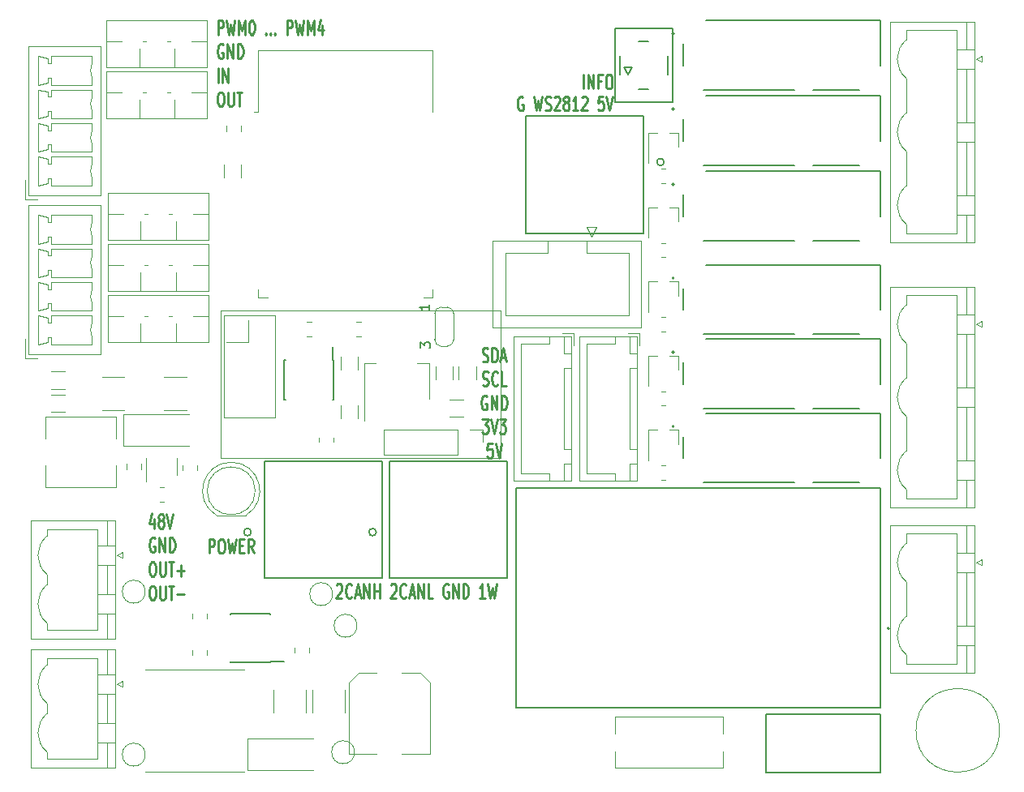
<source format=gbr>
%TF.GenerationSoftware,KiCad,Pcbnew,(5.1.8)-1*%
%TF.CreationDate,2021-03-17T21:52:08+01:00*%
%TF.ProjectId,sensactOutdoor,73656e73-6163-4744-9f75-74646f6f722e,rev?*%
%TF.SameCoordinates,Original*%
%TF.FileFunction,Legend,Top*%
%TF.FilePolarity,Positive*%
%FSLAX46Y46*%
G04 Gerber Fmt 4.6, Leading zero omitted, Abs format (unit mm)*
G04 Created by KiCad (PCBNEW (5.1.8)-1) date 2021-03-17 21:52:08*
%MOMM*%
%LPD*%
G01*
G04 APERTURE LIST*
%ADD10C,0.250000*%
%ADD11C,0.120000*%
%ADD12C,0.152400*%
%ADD13C,0.200000*%
%ADD14C,0.203200*%
%ADD15C,0.127000*%
%ADD16C,0.150000*%
G04 APERTURE END LIST*
D10*
X76922857Y-30873000D02*
X76827619Y-30801571D01*
X76684761Y-30801571D01*
X76541904Y-30873000D01*
X76446666Y-31015857D01*
X76399047Y-31158714D01*
X76351428Y-31444428D01*
X76351428Y-31658714D01*
X76399047Y-31944428D01*
X76446666Y-32087285D01*
X76541904Y-32230142D01*
X76684761Y-32301571D01*
X76780000Y-32301571D01*
X76922857Y-32230142D01*
X76970476Y-32158714D01*
X76970476Y-31658714D01*
X76780000Y-31658714D01*
X78065714Y-30801571D02*
X78303809Y-32301571D01*
X78494285Y-31230142D01*
X78684761Y-32301571D01*
X78922857Y-30801571D01*
X79256190Y-32230142D02*
X79399047Y-32301571D01*
X79637142Y-32301571D01*
X79732380Y-32230142D01*
X79780000Y-32158714D01*
X79827619Y-32015857D01*
X79827619Y-31873000D01*
X79780000Y-31730142D01*
X79732380Y-31658714D01*
X79637142Y-31587285D01*
X79446666Y-31515857D01*
X79351428Y-31444428D01*
X79303809Y-31373000D01*
X79256190Y-31230142D01*
X79256190Y-31087285D01*
X79303809Y-30944428D01*
X79351428Y-30873000D01*
X79446666Y-30801571D01*
X79684761Y-30801571D01*
X79827619Y-30873000D01*
X80208571Y-30944428D02*
X80256190Y-30873000D01*
X80351428Y-30801571D01*
X80589523Y-30801571D01*
X80684761Y-30873000D01*
X80732380Y-30944428D01*
X80780000Y-31087285D01*
X80780000Y-31230142D01*
X80732380Y-31444428D01*
X80160952Y-32301571D01*
X80780000Y-32301571D01*
X81351428Y-31444428D02*
X81256190Y-31373000D01*
X81208571Y-31301571D01*
X81160952Y-31158714D01*
X81160952Y-31087285D01*
X81208571Y-30944428D01*
X81256190Y-30873000D01*
X81351428Y-30801571D01*
X81541904Y-30801571D01*
X81637142Y-30873000D01*
X81684761Y-30944428D01*
X81732380Y-31087285D01*
X81732380Y-31158714D01*
X81684761Y-31301571D01*
X81637142Y-31373000D01*
X81541904Y-31444428D01*
X81351428Y-31444428D01*
X81256190Y-31515857D01*
X81208571Y-31587285D01*
X81160952Y-31730142D01*
X81160952Y-32015857D01*
X81208571Y-32158714D01*
X81256190Y-32230142D01*
X81351428Y-32301571D01*
X81541904Y-32301571D01*
X81637142Y-32230142D01*
X81684761Y-32158714D01*
X81732380Y-32015857D01*
X81732380Y-31730142D01*
X81684761Y-31587285D01*
X81637142Y-31515857D01*
X81541904Y-31444428D01*
X82684761Y-32301571D02*
X82113333Y-32301571D01*
X82399047Y-32301571D02*
X82399047Y-30801571D01*
X82303809Y-31015857D01*
X82208571Y-31158714D01*
X82113333Y-31230142D01*
X83065714Y-30944428D02*
X83113333Y-30873000D01*
X83208571Y-30801571D01*
X83446666Y-30801571D01*
X83541904Y-30873000D01*
X83589523Y-30944428D01*
X83637142Y-31087285D01*
X83637142Y-31230142D01*
X83589523Y-31444428D01*
X83018095Y-32301571D01*
X83637142Y-32301571D01*
X85303809Y-30801571D02*
X84827619Y-30801571D01*
X84780000Y-31515857D01*
X84827619Y-31444428D01*
X84922857Y-31373000D01*
X85160952Y-31373000D01*
X85256190Y-31444428D01*
X85303809Y-31515857D01*
X85351428Y-31658714D01*
X85351428Y-32015857D01*
X85303809Y-32158714D01*
X85256190Y-32230142D01*
X85160952Y-32301571D01*
X84922857Y-32301571D01*
X84827619Y-32230142D01*
X84780000Y-32158714D01*
X85637142Y-30801571D02*
X85970476Y-32301571D01*
X86303809Y-30801571D01*
X38421166Y-74922571D02*
X38421166Y-75922571D01*
X38183071Y-74351142D02*
X37944976Y-75422571D01*
X38564023Y-75422571D01*
X39087833Y-75065428D02*
X38992595Y-74994000D01*
X38944976Y-74922571D01*
X38897357Y-74779714D01*
X38897357Y-74708285D01*
X38944976Y-74565428D01*
X38992595Y-74494000D01*
X39087833Y-74422571D01*
X39278309Y-74422571D01*
X39373547Y-74494000D01*
X39421166Y-74565428D01*
X39468785Y-74708285D01*
X39468785Y-74779714D01*
X39421166Y-74922571D01*
X39373547Y-74994000D01*
X39278309Y-75065428D01*
X39087833Y-75065428D01*
X38992595Y-75136857D01*
X38944976Y-75208285D01*
X38897357Y-75351142D01*
X38897357Y-75636857D01*
X38944976Y-75779714D01*
X38992595Y-75851142D01*
X39087833Y-75922571D01*
X39278309Y-75922571D01*
X39373547Y-75851142D01*
X39421166Y-75779714D01*
X39468785Y-75636857D01*
X39468785Y-75351142D01*
X39421166Y-75208285D01*
X39373547Y-75136857D01*
X39278309Y-75065428D01*
X39754500Y-74422571D02*
X40087833Y-75922571D01*
X40421166Y-74422571D01*
X38516404Y-76994000D02*
X38421166Y-76922571D01*
X38278309Y-76922571D01*
X38135452Y-76994000D01*
X38040214Y-77136857D01*
X37992595Y-77279714D01*
X37944976Y-77565428D01*
X37944976Y-77779714D01*
X37992595Y-78065428D01*
X38040214Y-78208285D01*
X38135452Y-78351142D01*
X38278309Y-78422571D01*
X38373547Y-78422571D01*
X38516404Y-78351142D01*
X38564023Y-78279714D01*
X38564023Y-77779714D01*
X38373547Y-77779714D01*
X38992595Y-78422571D02*
X38992595Y-76922571D01*
X39564023Y-78422571D01*
X39564023Y-76922571D01*
X40040214Y-78422571D02*
X40040214Y-76922571D01*
X40278309Y-76922571D01*
X40421166Y-76994000D01*
X40516404Y-77136857D01*
X40564023Y-77279714D01*
X40611642Y-77565428D01*
X40611642Y-77779714D01*
X40564023Y-78065428D01*
X40516404Y-78208285D01*
X40421166Y-78351142D01*
X40278309Y-78422571D01*
X40040214Y-78422571D01*
X38183071Y-79422571D02*
X38373547Y-79422571D01*
X38468785Y-79494000D01*
X38564023Y-79636857D01*
X38611642Y-79922571D01*
X38611642Y-80422571D01*
X38564023Y-80708285D01*
X38468785Y-80851142D01*
X38373547Y-80922571D01*
X38183071Y-80922571D01*
X38087833Y-80851142D01*
X37992595Y-80708285D01*
X37944976Y-80422571D01*
X37944976Y-79922571D01*
X37992595Y-79636857D01*
X38087833Y-79494000D01*
X38183071Y-79422571D01*
X39040214Y-79422571D02*
X39040214Y-80636857D01*
X39087833Y-80779714D01*
X39135452Y-80851142D01*
X39230690Y-80922571D01*
X39421166Y-80922571D01*
X39516404Y-80851142D01*
X39564023Y-80779714D01*
X39611642Y-80636857D01*
X39611642Y-79422571D01*
X39944976Y-79422571D02*
X40516404Y-79422571D01*
X40230690Y-80922571D02*
X40230690Y-79422571D01*
X40849738Y-80351142D02*
X41611642Y-80351142D01*
X41230690Y-80922571D02*
X41230690Y-79779714D01*
X38183071Y-81922571D02*
X38373547Y-81922571D01*
X38468785Y-81994000D01*
X38564023Y-82136857D01*
X38611642Y-82422571D01*
X38611642Y-82922571D01*
X38564023Y-83208285D01*
X38468785Y-83351142D01*
X38373547Y-83422571D01*
X38183071Y-83422571D01*
X38087833Y-83351142D01*
X37992595Y-83208285D01*
X37944976Y-82922571D01*
X37944976Y-82422571D01*
X37992595Y-82136857D01*
X38087833Y-81994000D01*
X38183071Y-81922571D01*
X39040214Y-81922571D02*
X39040214Y-83136857D01*
X39087833Y-83279714D01*
X39135452Y-83351142D01*
X39230690Y-83422571D01*
X39421166Y-83422571D01*
X39516404Y-83351142D01*
X39564023Y-83279714D01*
X39611642Y-83136857D01*
X39611642Y-81922571D01*
X39944976Y-81922571D02*
X40516404Y-81922571D01*
X40230690Y-83422571D02*
X40230690Y-81922571D01*
X40849738Y-82851142D02*
X41611642Y-82851142D01*
X45104595Y-24360571D02*
X45104595Y-22860571D01*
X45485547Y-22860571D01*
X45580785Y-22932000D01*
X45628404Y-23003428D01*
X45676023Y-23146285D01*
X45676023Y-23360571D01*
X45628404Y-23503428D01*
X45580785Y-23574857D01*
X45485547Y-23646285D01*
X45104595Y-23646285D01*
X46009357Y-22860571D02*
X46247452Y-24360571D01*
X46437928Y-23289142D01*
X46628404Y-24360571D01*
X46866500Y-22860571D01*
X47247452Y-24360571D02*
X47247452Y-22860571D01*
X47580785Y-23932000D01*
X47914119Y-22860571D01*
X47914119Y-24360571D01*
X48580785Y-22860571D02*
X48676023Y-22860571D01*
X48771261Y-22932000D01*
X48818880Y-23003428D01*
X48866500Y-23146285D01*
X48914119Y-23432000D01*
X48914119Y-23789142D01*
X48866500Y-24074857D01*
X48818880Y-24217714D01*
X48771261Y-24289142D01*
X48676023Y-24360571D01*
X48580785Y-24360571D01*
X48485547Y-24289142D01*
X48437928Y-24217714D01*
X48390309Y-24074857D01*
X48342690Y-23789142D01*
X48342690Y-23432000D01*
X48390309Y-23146285D01*
X48437928Y-23003428D01*
X48485547Y-22932000D01*
X48580785Y-22860571D01*
X50104595Y-24217714D02*
X50152214Y-24289142D01*
X50104595Y-24360571D01*
X50056976Y-24289142D01*
X50104595Y-24217714D01*
X50104595Y-24360571D01*
X50580785Y-24217714D02*
X50628404Y-24289142D01*
X50580785Y-24360571D01*
X50533166Y-24289142D01*
X50580785Y-24217714D01*
X50580785Y-24360571D01*
X51056976Y-24217714D02*
X51104595Y-24289142D01*
X51056976Y-24360571D01*
X51009357Y-24289142D01*
X51056976Y-24217714D01*
X51056976Y-24360571D01*
X52295071Y-24360571D02*
X52295071Y-22860571D01*
X52676023Y-22860571D01*
X52771261Y-22932000D01*
X52818880Y-23003428D01*
X52866500Y-23146285D01*
X52866500Y-23360571D01*
X52818880Y-23503428D01*
X52771261Y-23574857D01*
X52676023Y-23646285D01*
X52295071Y-23646285D01*
X53199833Y-22860571D02*
X53437928Y-24360571D01*
X53628404Y-23289142D01*
X53818880Y-24360571D01*
X54056976Y-22860571D01*
X54437928Y-24360571D02*
X54437928Y-22860571D01*
X54771261Y-23932000D01*
X55104595Y-22860571D01*
X55104595Y-24360571D01*
X56009357Y-23360571D02*
X56009357Y-24360571D01*
X55771261Y-22789142D02*
X55533166Y-23860571D01*
X56152214Y-23860571D01*
X45628404Y-25432000D02*
X45533166Y-25360571D01*
X45390309Y-25360571D01*
X45247452Y-25432000D01*
X45152214Y-25574857D01*
X45104595Y-25717714D01*
X45056976Y-26003428D01*
X45056976Y-26217714D01*
X45104595Y-26503428D01*
X45152214Y-26646285D01*
X45247452Y-26789142D01*
X45390309Y-26860571D01*
X45485547Y-26860571D01*
X45628404Y-26789142D01*
X45676023Y-26717714D01*
X45676023Y-26217714D01*
X45485547Y-26217714D01*
X46104595Y-26860571D02*
X46104595Y-25360571D01*
X46676023Y-26860571D01*
X46676023Y-25360571D01*
X47152214Y-26860571D02*
X47152214Y-25360571D01*
X47390309Y-25360571D01*
X47533166Y-25432000D01*
X47628404Y-25574857D01*
X47676023Y-25717714D01*
X47723642Y-26003428D01*
X47723642Y-26217714D01*
X47676023Y-26503428D01*
X47628404Y-26646285D01*
X47533166Y-26789142D01*
X47390309Y-26860571D01*
X47152214Y-26860571D01*
X45104595Y-29360571D02*
X45104595Y-27860571D01*
X45580785Y-29360571D02*
X45580785Y-27860571D01*
X46152214Y-29360571D01*
X46152214Y-27860571D01*
X45295071Y-30360571D02*
X45485547Y-30360571D01*
X45580785Y-30432000D01*
X45676023Y-30574857D01*
X45723642Y-30860571D01*
X45723642Y-31360571D01*
X45676023Y-31646285D01*
X45580785Y-31789142D01*
X45485547Y-31860571D01*
X45295071Y-31860571D01*
X45199833Y-31789142D01*
X45104595Y-31646285D01*
X45056976Y-31360571D01*
X45056976Y-30860571D01*
X45104595Y-30574857D01*
X45199833Y-30432000D01*
X45295071Y-30360571D01*
X46152214Y-30360571D02*
X46152214Y-31574857D01*
X46199833Y-31717714D01*
X46247452Y-31789142D01*
X46342690Y-31860571D01*
X46533166Y-31860571D01*
X46628404Y-31789142D01*
X46676023Y-31717714D01*
X46723642Y-31574857D01*
X46723642Y-30360571D01*
X47056976Y-30360571D02*
X47628404Y-30360571D01*
X47342690Y-31860571D02*
X47342690Y-30360571D01*
X44172476Y-78529571D02*
X44172476Y-77029571D01*
X44553428Y-77029571D01*
X44648666Y-77101000D01*
X44696285Y-77172428D01*
X44743904Y-77315285D01*
X44743904Y-77529571D01*
X44696285Y-77672428D01*
X44648666Y-77743857D01*
X44553428Y-77815285D01*
X44172476Y-77815285D01*
X45362952Y-77029571D02*
X45553428Y-77029571D01*
X45648666Y-77101000D01*
X45743904Y-77243857D01*
X45791523Y-77529571D01*
X45791523Y-78029571D01*
X45743904Y-78315285D01*
X45648666Y-78458142D01*
X45553428Y-78529571D01*
X45362952Y-78529571D01*
X45267714Y-78458142D01*
X45172476Y-78315285D01*
X45124857Y-78029571D01*
X45124857Y-77529571D01*
X45172476Y-77243857D01*
X45267714Y-77101000D01*
X45362952Y-77029571D01*
X46124857Y-77029571D02*
X46362952Y-78529571D01*
X46553428Y-77458142D01*
X46743904Y-78529571D01*
X46982000Y-77029571D01*
X47362952Y-77743857D02*
X47696285Y-77743857D01*
X47839142Y-78529571D02*
X47362952Y-78529571D01*
X47362952Y-77029571D01*
X47839142Y-77029571D01*
X48839142Y-78529571D02*
X48505809Y-77815285D01*
X48267714Y-78529571D02*
X48267714Y-77029571D01*
X48648666Y-77029571D01*
X48743904Y-77101000D01*
X48791523Y-77172428D01*
X48839142Y-77315285D01*
X48839142Y-77529571D01*
X48791523Y-77672428D01*
X48743904Y-77743857D01*
X48648666Y-77815285D01*
X48267714Y-77815285D01*
X83232809Y-30015571D02*
X83232809Y-28515571D01*
X83709000Y-30015571D02*
X83709000Y-28515571D01*
X84280428Y-30015571D01*
X84280428Y-28515571D01*
X85089952Y-29229857D02*
X84756619Y-29229857D01*
X84756619Y-30015571D02*
X84756619Y-28515571D01*
X85232809Y-28515571D01*
X85804238Y-28515571D02*
X85994714Y-28515571D01*
X86089952Y-28587000D01*
X86185190Y-28729857D01*
X86232809Y-29015571D01*
X86232809Y-29515571D01*
X86185190Y-29801285D01*
X86089952Y-29944142D01*
X85994714Y-30015571D01*
X85804238Y-30015571D01*
X85709000Y-29944142D01*
X85613761Y-29801285D01*
X85566142Y-29515571D01*
X85566142Y-29015571D01*
X85613761Y-28729857D01*
X85709000Y-28587000D01*
X85804238Y-28515571D01*
X72699714Y-58472142D02*
X72842571Y-58543571D01*
X73080666Y-58543571D01*
X73175904Y-58472142D01*
X73223523Y-58400714D01*
X73271142Y-58257857D01*
X73271142Y-58115000D01*
X73223523Y-57972142D01*
X73175904Y-57900714D01*
X73080666Y-57829285D01*
X72890190Y-57757857D01*
X72794952Y-57686428D01*
X72747333Y-57615000D01*
X72699714Y-57472142D01*
X72699714Y-57329285D01*
X72747333Y-57186428D01*
X72794952Y-57115000D01*
X72890190Y-57043571D01*
X73128285Y-57043571D01*
X73271142Y-57115000D01*
X73699714Y-58543571D02*
X73699714Y-57043571D01*
X73937809Y-57043571D01*
X74080666Y-57115000D01*
X74175904Y-57257857D01*
X74223523Y-57400714D01*
X74271142Y-57686428D01*
X74271142Y-57900714D01*
X74223523Y-58186428D01*
X74175904Y-58329285D01*
X74080666Y-58472142D01*
X73937809Y-58543571D01*
X73699714Y-58543571D01*
X74652095Y-58115000D02*
X75128285Y-58115000D01*
X74556857Y-58543571D02*
X74890190Y-57043571D01*
X75223523Y-58543571D01*
X72723523Y-60972142D02*
X72866380Y-61043571D01*
X73104476Y-61043571D01*
X73199714Y-60972142D01*
X73247333Y-60900714D01*
X73294952Y-60757857D01*
X73294952Y-60615000D01*
X73247333Y-60472142D01*
X73199714Y-60400714D01*
X73104476Y-60329285D01*
X72914000Y-60257857D01*
X72818761Y-60186428D01*
X72771142Y-60115000D01*
X72723523Y-59972142D01*
X72723523Y-59829285D01*
X72771142Y-59686428D01*
X72818761Y-59615000D01*
X72914000Y-59543571D01*
X73152095Y-59543571D01*
X73294952Y-59615000D01*
X74294952Y-60900714D02*
X74247333Y-60972142D01*
X74104476Y-61043571D01*
X74009238Y-61043571D01*
X73866380Y-60972142D01*
X73771142Y-60829285D01*
X73723523Y-60686428D01*
X73675904Y-60400714D01*
X73675904Y-60186428D01*
X73723523Y-59900714D01*
X73771142Y-59757857D01*
X73866380Y-59615000D01*
X74009238Y-59543571D01*
X74104476Y-59543571D01*
X74247333Y-59615000D01*
X74294952Y-59686428D01*
X75199714Y-61043571D02*
X74723523Y-61043571D01*
X74723523Y-59543571D01*
X73152095Y-62115000D02*
X73056857Y-62043571D01*
X72914000Y-62043571D01*
X72771142Y-62115000D01*
X72675904Y-62257857D01*
X72628285Y-62400714D01*
X72580666Y-62686428D01*
X72580666Y-62900714D01*
X72628285Y-63186428D01*
X72675904Y-63329285D01*
X72771142Y-63472142D01*
X72914000Y-63543571D01*
X73009238Y-63543571D01*
X73152095Y-63472142D01*
X73199714Y-63400714D01*
X73199714Y-62900714D01*
X73009238Y-62900714D01*
X73628285Y-63543571D02*
X73628285Y-62043571D01*
X74199714Y-63543571D01*
X74199714Y-62043571D01*
X74675904Y-63543571D02*
X74675904Y-62043571D01*
X74914000Y-62043571D01*
X75056857Y-62115000D01*
X75152095Y-62257857D01*
X75199714Y-62400714D01*
X75247333Y-62686428D01*
X75247333Y-62900714D01*
X75199714Y-63186428D01*
X75152095Y-63329285D01*
X75056857Y-63472142D01*
X74914000Y-63543571D01*
X74675904Y-63543571D01*
X72675904Y-64543571D02*
X73294952Y-64543571D01*
X72961619Y-65115000D01*
X73104476Y-65115000D01*
X73199714Y-65186428D01*
X73247333Y-65257857D01*
X73294952Y-65400714D01*
X73294952Y-65757857D01*
X73247333Y-65900714D01*
X73199714Y-65972142D01*
X73104476Y-66043571D01*
X72818761Y-66043571D01*
X72723523Y-65972142D01*
X72675904Y-65900714D01*
X73580666Y-64543571D02*
X73914000Y-66043571D01*
X74247333Y-64543571D01*
X74485428Y-64543571D02*
X75104476Y-64543571D01*
X74771142Y-65115000D01*
X74914000Y-65115000D01*
X75009238Y-65186428D01*
X75056857Y-65257857D01*
X75104476Y-65400714D01*
X75104476Y-65757857D01*
X75056857Y-65900714D01*
X75009238Y-65972142D01*
X74914000Y-66043571D01*
X74628285Y-66043571D01*
X74533047Y-65972142D01*
X74485428Y-65900714D01*
X73723523Y-67043571D02*
X73247333Y-67043571D01*
X73199714Y-67757857D01*
X73247333Y-67686428D01*
X73342571Y-67615000D01*
X73580666Y-67615000D01*
X73675904Y-67686428D01*
X73723523Y-67757857D01*
X73771142Y-67900714D01*
X73771142Y-68257857D01*
X73723523Y-68400714D01*
X73675904Y-68472142D01*
X73580666Y-68543571D01*
X73342571Y-68543571D01*
X73247333Y-68472142D01*
X73199714Y-68400714D01*
X74056857Y-67043571D02*
X74390190Y-68543571D01*
X74723523Y-67043571D01*
X57476476Y-81871428D02*
X57524095Y-81800000D01*
X57619333Y-81728571D01*
X57857428Y-81728571D01*
X57952666Y-81800000D01*
X58000285Y-81871428D01*
X58047904Y-82014285D01*
X58047904Y-82157142D01*
X58000285Y-82371428D01*
X57428857Y-83228571D01*
X58047904Y-83228571D01*
X59047904Y-83085714D02*
X59000285Y-83157142D01*
X58857428Y-83228571D01*
X58762190Y-83228571D01*
X58619333Y-83157142D01*
X58524095Y-83014285D01*
X58476476Y-82871428D01*
X58428857Y-82585714D01*
X58428857Y-82371428D01*
X58476476Y-82085714D01*
X58524095Y-81942857D01*
X58619333Y-81800000D01*
X58762190Y-81728571D01*
X58857428Y-81728571D01*
X59000285Y-81800000D01*
X59047904Y-81871428D01*
X59428857Y-82800000D02*
X59905047Y-82800000D01*
X59333619Y-83228571D02*
X59666952Y-81728571D01*
X60000285Y-83228571D01*
X60333619Y-83228571D02*
X60333619Y-81728571D01*
X60905047Y-83228571D01*
X60905047Y-81728571D01*
X61381238Y-83228571D02*
X61381238Y-81728571D01*
X61381238Y-82442857D02*
X61952666Y-82442857D01*
X61952666Y-83228571D02*
X61952666Y-81728571D01*
X63143142Y-81871428D02*
X63190761Y-81800000D01*
X63286000Y-81728571D01*
X63524095Y-81728571D01*
X63619333Y-81800000D01*
X63666952Y-81871428D01*
X63714571Y-82014285D01*
X63714571Y-82157142D01*
X63666952Y-82371428D01*
X63095523Y-83228571D01*
X63714571Y-83228571D01*
X64714571Y-83085714D02*
X64666952Y-83157142D01*
X64524095Y-83228571D01*
X64428857Y-83228571D01*
X64286000Y-83157142D01*
X64190761Y-83014285D01*
X64143142Y-82871428D01*
X64095523Y-82585714D01*
X64095523Y-82371428D01*
X64143142Y-82085714D01*
X64190761Y-81942857D01*
X64286000Y-81800000D01*
X64428857Y-81728571D01*
X64524095Y-81728571D01*
X64666952Y-81800000D01*
X64714571Y-81871428D01*
X65095523Y-82800000D02*
X65571714Y-82800000D01*
X65000285Y-83228571D02*
X65333619Y-81728571D01*
X65666952Y-83228571D01*
X66000285Y-83228571D02*
X66000285Y-81728571D01*
X66571714Y-83228571D01*
X66571714Y-81728571D01*
X67524095Y-83228571D02*
X67047904Y-83228571D01*
X67047904Y-81728571D01*
X69143142Y-81800000D02*
X69047904Y-81728571D01*
X68905047Y-81728571D01*
X68762190Y-81800000D01*
X68666952Y-81942857D01*
X68619333Y-82085714D01*
X68571714Y-82371428D01*
X68571714Y-82585714D01*
X68619333Y-82871428D01*
X68666952Y-83014285D01*
X68762190Y-83157142D01*
X68905047Y-83228571D01*
X69000285Y-83228571D01*
X69143142Y-83157142D01*
X69190761Y-83085714D01*
X69190761Y-82585714D01*
X69000285Y-82585714D01*
X69619333Y-83228571D02*
X69619333Y-81728571D01*
X70190761Y-83228571D01*
X70190761Y-81728571D01*
X70666952Y-83228571D02*
X70666952Y-81728571D01*
X70905047Y-81728571D01*
X71047904Y-81800000D01*
X71143142Y-81942857D01*
X71190761Y-82085714D01*
X71238380Y-82371428D01*
X71238380Y-82585714D01*
X71190761Y-82871428D01*
X71143142Y-83014285D01*
X71047904Y-83157142D01*
X70905047Y-83228571D01*
X70666952Y-83228571D01*
X72952666Y-83228571D02*
X72381238Y-83228571D01*
X72666952Y-83228571D02*
X72666952Y-81728571D01*
X72571714Y-81942857D01*
X72476476Y-82085714D01*
X72381238Y-82157142D01*
X73286000Y-81728571D02*
X73524095Y-83228571D01*
X73714571Y-82157142D01*
X73905047Y-83228571D01*
X74143142Y-81728571D01*
D11*
%TO.C,C23*%
X86535000Y-97373000D02*
X86535000Y-95628000D01*
X86535000Y-100968000D02*
X86535000Y-99223000D01*
X97775000Y-97373000D02*
X97775000Y-95628000D01*
X97775000Y-100968000D02*
X97775000Y-99223000D01*
X97775000Y-95628000D02*
X86535000Y-95628000D01*
X97775000Y-100968000D02*
X86535000Y-100968000D01*
D12*
%TO.C,J13*%
X89497933Y-32845002D02*
X77243937Y-32845002D01*
X77243937Y-32845002D02*
X77243937Y-45099001D01*
X77243937Y-45099001D02*
X89497933Y-45099001D01*
X89497933Y-45099001D02*
X89497933Y-32845002D01*
X91656935Y-37672000D02*
G75*
G03*
X91656935Y-37672000I-381000J0D01*
G01*
%TO.C,J12*%
X63018668Y-81153998D02*
X75272664Y-81153998D01*
X75272664Y-81153998D02*
X75272664Y-68899999D01*
X75272664Y-68899999D02*
X63018668Y-68899999D01*
X63018668Y-68899999D02*
X63018668Y-81153998D01*
X61621666Y-76327000D02*
G75*
G03*
X61621666Y-76327000I-381000J0D01*
G01*
%TO.C,J10*%
X49963068Y-81153998D02*
X62217064Y-81153998D01*
X62217064Y-81153998D02*
X62217064Y-68899999D01*
X62217064Y-68899999D02*
X49963068Y-68899999D01*
X49963068Y-68899999D02*
X49963068Y-81153998D01*
X48566066Y-76327000D02*
G75*
G03*
X48566066Y-76327000I-381000J0D01*
G01*
D13*
%TO.C,D5*%
X86535000Y-31409000D02*
X86535000Y-23709000D01*
X92535000Y-31409000D02*
X86535000Y-31409000D01*
X86535000Y-23709000D02*
X92535000Y-23709000D01*
X92535000Y-23709000D02*
X92535000Y-31409000D01*
D14*
X90035000Y-30059000D02*
X89035000Y-30059000D01*
X87035000Y-28559000D02*
X87035000Y-26559000D01*
X90035000Y-25059000D02*
X89035000Y-25059000D01*
X92035000Y-28559000D02*
X92035000Y-26559000D01*
X87435000Y-27809000D02*
X87885000Y-28559000D01*
X88335000Y-27809000D02*
X87435000Y-27809000D01*
X87885000Y-28559000D02*
X88335000Y-27809000D01*
D15*
%TO.C,PS1*%
X114250000Y-94702000D02*
X114250000Y-71702000D01*
X114250000Y-71702000D02*
X76250000Y-71702000D01*
X76250000Y-71702000D02*
X76250000Y-94702000D01*
X76250000Y-94702000D02*
X114250000Y-94702000D01*
D13*
X115150000Y-86402000D02*
G75*
G03*
X115150000Y-86402000I-100000J0D01*
G01*
D16*
%TO.C,RV1*%
X114264000Y-95322000D02*
X102264000Y-95322000D01*
X114264000Y-101422000D02*
X102264000Y-101422000D01*
X102264000Y-101422000D02*
X102264000Y-95322000D01*
X114264000Y-101422000D02*
X114264000Y-95322000D01*
D11*
%TO.C,F1*%
X126661000Y-97028000D02*
G75*
G03*
X126661000Y-97028000I-4360000J0D01*
G01*
%TO.C,TP4*%
X37522000Y-99568000D02*
G75*
G03*
X37522000Y-99568000I-1200000J0D01*
G01*
%TO.C,TP2*%
X59366000Y-99314000D02*
G75*
G03*
X59366000Y-99314000I-1200000J0D01*
G01*
%TO.C,U7*%
X72704000Y-65599000D02*
X72704000Y-66929000D01*
X71374000Y-65599000D02*
X72704000Y-65599000D01*
X70104000Y-65599000D02*
X70104000Y-68259000D01*
X70104000Y-68259000D02*
X62424000Y-68259000D01*
X70104000Y-65599000D02*
X62424000Y-65599000D01*
X62424000Y-65599000D02*
X62424000Y-68259000D01*
%TO.C,JP1*%
X68407000Y-52814000D02*
X69007000Y-52814000D01*
X67707000Y-56264000D02*
X67707000Y-53464000D01*
X69007000Y-56914000D02*
X68407000Y-56914000D01*
X69707000Y-53464000D02*
X69707000Y-56264000D01*
X69007000Y-52814000D02*
G75*
G02*
X69707000Y-53514000I0J-700000D01*
G01*
X67707000Y-53514000D02*
G75*
G02*
X68407000Y-52814000I700000J0D01*
G01*
X68407000Y-56914000D02*
G75*
G02*
X67707000Y-56214000I0J700000D01*
G01*
X69707000Y-56214000D02*
G75*
G02*
X69007000Y-56914000I-700000J0D01*
G01*
%TO.C,C21*%
X69265748Y-62463000D02*
X70688252Y-62463000D01*
X69265748Y-64283000D02*
X70688252Y-64283000D01*
%TO.C,C20*%
X67797000Y-60401252D02*
X67797000Y-58978748D01*
X69617000Y-60401252D02*
X69617000Y-58978748D01*
%TO.C,U6*%
X45720000Y-53721000D02*
X51054000Y-53721000D01*
X51054000Y-53721000D02*
X51054000Y-64389000D01*
X51054000Y-64389000D02*
X45720000Y-64389000D01*
X45720000Y-64389000D02*
X45720000Y-64389000D01*
X48260000Y-54229000D02*
X48260000Y-56515000D01*
X48260000Y-56515000D02*
X45974000Y-56515000D01*
X45974000Y-56515000D02*
X45974000Y-56515000D01*
X45390000Y-53145000D02*
X74590000Y-53145000D01*
X74590000Y-53145000D02*
X74590000Y-68595000D01*
X74590000Y-68595000D02*
X45390000Y-68595000D01*
X45390000Y-68595000D02*
X45390000Y-53145000D01*
X45390000Y-53145000D02*
X45390000Y-53145000D01*
X45720000Y-64389000D02*
X45720000Y-53721000D01*
X45720000Y-53721000D02*
X45720000Y-53721000D01*
%TO.C,TP3*%
X59620000Y-86106000D02*
G75*
G03*
X59620000Y-86106000I-1200000J0D01*
G01*
%TO.C,TP5*%
X37522000Y-82550000D02*
G75*
G03*
X37522000Y-82550000I-1200000J0D01*
G01*
%TO.C,TP1*%
X57080000Y-82804000D02*
G75*
G03*
X57080000Y-82804000I-1200000J0D01*
G01*
%TO.C,J9*%
X124036000Y-75582000D02*
X115216000Y-75582000D01*
X115216000Y-75582000D02*
X115216000Y-91042000D01*
X115216000Y-91042000D02*
X124036000Y-91042000D01*
X124036000Y-91042000D02*
X124036000Y-75582000D01*
X123226000Y-75582000D02*
X123226000Y-78392000D01*
X123226000Y-91042000D02*
X123226000Y-88232000D01*
X123226000Y-80502000D02*
X123226000Y-86122000D01*
X122226000Y-78502000D02*
X124036000Y-78502000D01*
X124036000Y-78502000D02*
X124036000Y-80502000D01*
X124036000Y-80502000D02*
X122226000Y-80502000D01*
X122226000Y-80502000D02*
X122226000Y-78502000D01*
X122226000Y-86122000D02*
X124036000Y-86122000D01*
X124036000Y-86122000D02*
X124036000Y-88122000D01*
X124036000Y-88122000D02*
X122226000Y-88122000D01*
X122226000Y-88122000D02*
X122226000Y-86122000D01*
X116926000Y-81502000D02*
X116926000Y-85122000D01*
X116926000Y-77502000D02*
X116926000Y-76492000D01*
X116926000Y-76492000D02*
X122226000Y-76492000D01*
X122226000Y-76492000D02*
X122226000Y-90132000D01*
X122226000Y-90132000D02*
X116926000Y-90132000D01*
X116926000Y-90132000D02*
X116926000Y-89122000D01*
X124836000Y-79802000D02*
X124236000Y-79502000D01*
X124236000Y-79502000D02*
X124836000Y-79202000D01*
X124836000Y-79202000D02*
X124836000Y-79802000D01*
X116910179Y-89108841D02*
G75*
G02*
X116926000Y-85122000I1665821J1986841D01*
G01*
X116910179Y-81488841D02*
G75*
G02*
X116926000Y-77502000I1665821J1986841D01*
G01*
%TO.C,J3*%
X124036000Y-50690000D02*
X115216000Y-50690000D01*
X115216000Y-50690000D02*
X115216000Y-73770000D01*
X115216000Y-73770000D02*
X124036000Y-73770000D01*
X124036000Y-73770000D02*
X124036000Y-50690000D01*
X123226000Y-50690000D02*
X123226000Y-53500000D01*
X123226000Y-73770000D02*
X123226000Y-70960000D01*
X123226000Y-55610000D02*
X123226000Y-61230000D01*
X123226000Y-63230000D02*
X123226000Y-68850000D01*
X122226000Y-53610000D02*
X124036000Y-53610000D01*
X124036000Y-53610000D02*
X124036000Y-55610000D01*
X124036000Y-55610000D02*
X122226000Y-55610000D01*
X122226000Y-55610000D02*
X122226000Y-53610000D01*
X122226000Y-61230000D02*
X124036000Y-61230000D01*
X124036000Y-61230000D02*
X124036000Y-63230000D01*
X124036000Y-63230000D02*
X122226000Y-63230000D01*
X122226000Y-63230000D02*
X122226000Y-61230000D01*
X122226000Y-68850000D02*
X124036000Y-68850000D01*
X124036000Y-68850000D02*
X124036000Y-70850000D01*
X124036000Y-70850000D02*
X122226000Y-70850000D01*
X122226000Y-70850000D02*
X122226000Y-68850000D01*
X116926000Y-56610000D02*
X116926000Y-60230000D01*
X116926000Y-64230000D02*
X116926000Y-67850000D01*
X116926000Y-52610000D02*
X116926000Y-51600000D01*
X116926000Y-51600000D02*
X122226000Y-51600000D01*
X122226000Y-51600000D02*
X122226000Y-72860000D01*
X122226000Y-72860000D02*
X116926000Y-72860000D01*
X116926000Y-72860000D02*
X116926000Y-71850000D01*
X124836000Y-54910000D02*
X124236000Y-54610000D01*
X124236000Y-54610000D02*
X124836000Y-54310000D01*
X124836000Y-54310000D02*
X124836000Y-54910000D01*
X116910179Y-71836841D02*
G75*
G02*
X116926000Y-67850000I1665821J1986841D01*
G01*
X116910179Y-64216841D02*
G75*
G02*
X116926000Y-60230000I1665821J1986841D01*
G01*
X116910179Y-56596841D02*
G75*
G02*
X116926000Y-52610000I1665821J1986841D01*
G01*
%TO.C,J2*%
X124036000Y-23004000D02*
X115216000Y-23004000D01*
X115216000Y-23004000D02*
X115216000Y-46084000D01*
X115216000Y-46084000D02*
X124036000Y-46084000D01*
X124036000Y-46084000D02*
X124036000Y-23004000D01*
X123226000Y-23004000D02*
X123226000Y-25814000D01*
X123226000Y-46084000D02*
X123226000Y-43274000D01*
X123226000Y-27924000D02*
X123226000Y-33544000D01*
X123226000Y-35544000D02*
X123226000Y-41164000D01*
X122226000Y-25924000D02*
X124036000Y-25924000D01*
X124036000Y-25924000D02*
X124036000Y-27924000D01*
X124036000Y-27924000D02*
X122226000Y-27924000D01*
X122226000Y-27924000D02*
X122226000Y-25924000D01*
X122226000Y-33544000D02*
X124036000Y-33544000D01*
X124036000Y-33544000D02*
X124036000Y-35544000D01*
X124036000Y-35544000D02*
X122226000Y-35544000D01*
X122226000Y-35544000D02*
X122226000Y-33544000D01*
X122226000Y-41164000D02*
X124036000Y-41164000D01*
X124036000Y-41164000D02*
X124036000Y-43164000D01*
X124036000Y-43164000D02*
X122226000Y-43164000D01*
X122226000Y-43164000D02*
X122226000Y-41164000D01*
X116926000Y-28924000D02*
X116926000Y-32544000D01*
X116926000Y-36544000D02*
X116926000Y-40164000D01*
X116926000Y-24924000D02*
X116926000Y-23914000D01*
X116926000Y-23914000D02*
X122226000Y-23914000D01*
X122226000Y-23914000D02*
X122226000Y-45174000D01*
X122226000Y-45174000D02*
X116926000Y-45174000D01*
X116926000Y-45174000D02*
X116926000Y-44164000D01*
X124836000Y-27224000D02*
X124236000Y-26924000D01*
X124236000Y-26924000D02*
X124836000Y-26624000D01*
X124836000Y-26624000D02*
X124836000Y-27224000D01*
X116910179Y-44150841D02*
G75*
G02*
X116926000Y-40164000I1665821J1986841D01*
G01*
X116910179Y-36530841D02*
G75*
G02*
X116926000Y-32544000I1665821J1986841D01*
G01*
X116910179Y-28910841D02*
G75*
G02*
X116926000Y-24924000I1665821J1986841D01*
G01*
%TO.C,L2*%
X37522000Y-90712000D02*
X47822000Y-90712000D01*
X37522000Y-101312000D02*
X47822000Y-101312000D01*
D16*
%TO.C,U2*%
X50589000Y-89806000D02*
X51989000Y-89806000D01*
X50589000Y-84801000D02*
X46439000Y-84801000D01*
X50589000Y-89951000D02*
X46439000Y-89951000D01*
X50589000Y-84801000D02*
X50589000Y-84946000D01*
X46439000Y-84801000D02*
X46439000Y-84946000D01*
X46439000Y-89951000D02*
X46439000Y-89806000D01*
X50589000Y-89951000D02*
X50589000Y-89806000D01*
D11*
%TO.C,Q3*%
X43985000Y-33140000D02*
X33485000Y-33140000D01*
X43985000Y-28199000D02*
X33485000Y-28199000D01*
X43985000Y-33140000D02*
X43985000Y-28199000D01*
X33485000Y-33140000D02*
X33485000Y-28199000D01*
X43985000Y-30380000D02*
X42378000Y-30380000D01*
X40172000Y-30380000D02*
X39837000Y-30380000D01*
X37632000Y-30380000D02*
X37297000Y-30380000D01*
X35092000Y-30380000D02*
X33485000Y-30380000D01*
X40585000Y-33140000D02*
X40585000Y-31122000D01*
X36884000Y-33140000D02*
X36884000Y-31122000D01*
D15*
%TO.C,K6*%
X105292000Y-71127000D02*
X95792000Y-71127000D01*
X107192000Y-71127000D02*
X111992000Y-71127000D01*
X114192000Y-63927000D02*
X114192000Y-68627000D01*
X95992000Y-63927000D02*
X114192000Y-63927000D01*
X93692000Y-68627000D02*
X93692000Y-66377000D01*
D13*
X92692000Y-65287000D02*
G75*
G03*
X92692000Y-65287000I-100000J0D01*
G01*
D15*
%TO.C,K5*%
X105292000Y-63380000D02*
X95792000Y-63380000D01*
X107192000Y-63380000D02*
X111992000Y-63380000D01*
X114192000Y-56180000D02*
X114192000Y-60880000D01*
X95992000Y-56180000D02*
X114192000Y-56180000D01*
X93692000Y-60880000D02*
X93692000Y-58630000D01*
D13*
X92692000Y-57540000D02*
G75*
G03*
X92692000Y-57540000I-100000J0D01*
G01*
D15*
%TO.C,K4*%
X105292000Y-55633000D02*
X95792000Y-55633000D01*
X107192000Y-55633000D02*
X111992000Y-55633000D01*
X114192000Y-48433000D02*
X114192000Y-53133000D01*
X95992000Y-48433000D02*
X114192000Y-48433000D01*
X93692000Y-53133000D02*
X93692000Y-50883000D01*
D13*
X92692000Y-49793000D02*
G75*
G03*
X92692000Y-49793000I-100000J0D01*
G01*
D15*
%TO.C,K3*%
X105292000Y-45854000D02*
X95792000Y-45854000D01*
X107192000Y-45854000D02*
X111992000Y-45854000D01*
X114192000Y-38654000D02*
X114192000Y-43354000D01*
X95992000Y-38654000D02*
X114192000Y-38654000D01*
X93692000Y-43354000D02*
X93692000Y-41104000D01*
D13*
X92692000Y-40014000D02*
G75*
G03*
X92692000Y-40014000I-100000J0D01*
G01*
D15*
%TO.C,K2*%
X105292000Y-37980000D02*
X95792000Y-37980000D01*
X107192000Y-37980000D02*
X111992000Y-37980000D01*
X114192000Y-30780000D02*
X114192000Y-35480000D01*
X95992000Y-30780000D02*
X114192000Y-30780000D01*
X93692000Y-35480000D02*
X93692000Y-33230000D01*
D13*
X92692000Y-32140000D02*
G75*
G03*
X92692000Y-32140000I-100000J0D01*
G01*
D15*
%TO.C,K1*%
X105292000Y-30106000D02*
X95792000Y-30106000D01*
X107192000Y-30106000D02*
X111992000Y-30106000D01*
X114192000Y-22906000D02*
X114192000Y-27606000D01*
X95992000Y-22906000D02*
X114192000Y-22906000D01*
X93692000Y-27606000D02*
X93692000Y-25356000D01*
D13*
X92692000Y-24266000D02*
G75*
G03*
X92692000Y-24266000I-100000J0D01*
G01*
D11*
%TO.C,C18*%
X54348748Y-55853000D02*
X54871252Y-55853000D01*
X54348748Y-54383000D02*
X54871252Y-54383000D01*
%TO.C,J11*%
X82252000Y-55570000D02*
X81002000Y-55570000D01*
X82252000Y-56820000D02*
X82252000Y-55570000D01*
X76752000Y-70220000D02*
X76752000Y-63420000D01*
X79702000Y-70220000D02*
X76752000Y-70220000D01*
X79702000Y-70970000D02*
X79702000Y-70220000D01*
X76752000Y-56620000D02*
X76752000Y-63420000D01*
X79702000Y-56620000D02*
X76752000Y-56620000D01*
X79702000Y-55870000D02*
X79702000Y-56620000D01*
X81952000Y-70970000D02*
X81952000Y-69170000D01*
X81202000Y-70970000D02*
X81952000Y-70970000D01*
X81202000Y-69170000D02*
X81202000Y-70970000D01*
X81952000Y-69170000D02*
X81202000Y-69170000D01*
X81952000Y-57670000D02*
X81952000Y-55870000D01*
X81202000Y-57670000D02*
X81952000Y-57670000D01*
X81202000Y-55870000D02*
X81202000Y-57670000D01*
X81952000Y-55870000D02*
X81202000Y-55870000D01*
X81952000Y-67670000D02*
X81952000Y-59170000D01*
X81202000Y-67670000D02*
X81952000Y-67670000D01*
X81202000Y-59170000D02*
X81202000Y-67670000D01*
X81952000Y-59170000D02*
X81202000Y-59170000D01*
X81962000Y-70980000D02*
X81962000Y-55860000D01*
X75992000Y-70980000D02*
X81962000Y-70980000D01*
X75992000Y-55860000D02*
X75992000Y-70980000D01*
X81962000Y-55860000D02*
X75992000Y-55860000D01*
%TO.C,U1*%
X49284000Y-51003000D02*
X49284000Y-51783000D01*
X49284000Y-51783000D02*
X50284000Y-51783000D01*
X67524000Y-51003000D02*
X67524000Y-51783000D01*
X67524000Y-51783000D02*
X66524000Y-51783000D01*
X49284000Y-26038000D02*
X67524000Y-26038000D01*
X67524000Y-26038000D02*
X67524000Y-32458000D01*
X49284000Y-26038000D02*
X49284000Y-32458000D01*
X49284000Y-32458000D02*
X48904000Y-32458000D01*
%TO.C,C17*%
X45699000Y-37896748D02*
X45699000Y-39319252D01*
X47519000Y-37896748D02*
X47519000Y-39319252D01*
%TO.C,C16*%
X47471000Y-34424252D02*
X47471000Y-33901748D01*
X46001000Y-34424252D02*
X46001000Y-33901748D01*
%TO.C,J7*%
X88820000Y-55860000D02*
X82850000Y-55860000D01*
X82850000Y-55860000D02*
X82850000Y-70980000D01*
X82850000Y-70980000D02*
X88820000Y-70980000D01*
X88820000Y-70980000D02*
X88820000Y-55860000D01*
X88810000Y-59170000D02*
X88060000Y-59170000D01*
X88060000Y-59170000D02*
X88060000Y-67670000D01*
X88060000Y-67670000D02*
X88810000Y-67670000D01*
X88810000Y-67670000D02*
X88810000Y-59170000D01*
X88810000Y-55870000D02*
X88060000Y-55870000D01*
X88060000Y-55870000D02*
X88060000Y-57670000D01*
X88060000Y-57670000D02*
X88810000Y-57670000D01*
X88810000Y-57670000D02*
X88810000Y-55870000D01*
X88810000Y-69170000D02*
X88060000Y-69170000D01*
X88060000Y-69170000D02*
X88060000Y-70970000D01*
X88060000Y-70970000D02*
X88810000Y-70970000D01*
X88810000Y-70970000D02*
X88810000Y-69170000D01*
X86560000Y-55870000D02*
X86560000Y-56620000D01*
X86560000Y-56620000D02*
X83610000Y-56620000D01*
X83610000Y-56620000D02*
X83610000Y-63420000D01*
X86560000Y-70970000D02*
X86560000Y-70220000D01*
X86560000Y-70220000D02*
X83610000Y-70220000D01*
X83610000Y-70220000D02*
X83610000Y-63420000D01*
X89110000Y-56820000D02*
X89110000Y-55570000D01*
X89110000Y-55570000D02*
X87860000Y-55570000D01*
%TO.C,J4*%
X83574000Y-44469000D02*
X84074000Y-45469000D01*
X84574000Y-44469000D02*
X83574000Y-44469000D01*
X84074000Y-45469000D02*
X84574000Y-44469000D01*
X79484000Y-47169000D02*
X79484000Y-45859000D01*
X79484000Y-47169000D02*
X79484000Y-47169000D01*
X75084000Y-47169000D02*
X79484000Y-47169000D01*
X75084000Y-53669000D02*
X75084000Y-47169000D01*
X87984000Y-53669000D02*
X75084000Y-53669000D01*
X87984000Y-47169000D02*
X87984000Y-53669000D01*
X83584000Y-47169000D02*
X87984000Y-47169000D01*
X83584000Y-45859000D02*
X83584000Y-47169000D01*
X73784000Y-45859000D02*
X89284000Y-45859000D01*
X73784000Y-54979000D02*
X73784000Y-45859000D01*
X89284000Y-54979000D02*
X73784000Y-54979000D01*
X89284000Y-45859000D02*
X89284000Y-54979000D01*
%TO.C,R24*%
X91339936Y-69369000D02*
X91794064Y-69369000D01*
X91339936Y-70839000D02*
X91794064Y-70839000D01*
%TO.C,R23*%
X91339936Y-61622000D02*
X91794064Y-61622000D01*
X91339936Y-63092000D02*
X91794064Y-63092000D01*
%TO.C,Q11*%
X93147000Y-65661000D02*
X92217000Y-65661000D01*
X89987000Y-65661000D02*
X90917000Y-65661000D01*
X89987000Y-65661000D02*
X89987000Y-68821000D01*
X93147000Y-65661000D02*
X93147000Y-67121000D01*
%TO.C,Q10*%
X93147000Y-57914000D02*
X92217000Y-57914000D01*
X89987000Y-57914000D02*
X90917000Y-57914000D01*
X89987000Y-57914000D02*
X89987000Y-61074000D01*
X93147000Y-57914000D02*
X93147000Y-59374000D01*
%TO.C,J8*%
X24968000Y-58154000D02*
X24968000Y-56154000D01*
X26218000Y-58154000D02*
X24968000Y-58154000D01*
X31968000Y-43204000D02*
X31968000Y-43954000D01*
X27668000Y-43204000D02*
X31968000Y-43204000D01*
X27668000Y-43954000D02*
X27668000Y-43204000D01*
X27318000Y-43954000D02*
X27668000Y-43954000D01*
X27318000Y-43454000D02*
X27318000Y-43954000D01*
X26318000Y-43204000D02*
X27318000Y-43454000D01*
X26318000Y-46204000D02*
X26318000Y-43204000D01*
X27318000Y-45954000D02*
X26318000Y-46204000D01*
X27318000Y-45454000D02*
X27318000Y-45954000D01*
X27668000Y-45454000D02*
X27318000Y-45454000D01*
X27668000Y-46204000D02*
X27668000Y-45454000D01*
X31968000Y-46204000D02*
X27668000Y-46204000D01*
X31968000Y-45454000D02*
X31968000Y-46204000D01*
X31968000Y-46704000D02*
X31968000Y-47454000D01*
X27668000Y-46704000D02*
X31968000Y-46704000D01*
X27668000Y-47454000D02*
X27668000Y-46704000D01*
X27318000Y-47454000D02*
X27668000Y-47454000D01*
X27318000Y-46954000D02*
X27318000Y-47454000D01*
X26318000Y-46704000D02*
X27318000Y-46954000D01*
X26318000Y-49704000D02*
X26318000Y-46704000D01*
X27318000Y-49454000D02*
X26318000Y-49704000D01*
X27318000Y-48954000D02*
X27318000Y-49454000D01*
X27668000Y-48954000D02*
X27318000Y-48954000D01*
X27668000Y-49704000D02*
X27668000Y-48954000D01*
X31968000Y-49704000D02*
X27668000Y-49704000D01*
X31968000Y-48954000D02*
X31968000Y-49704000D01*
X31968000Y-50204000D02*
X31968000Y-50954000D01*
X27668000Y-50204000D02*
X31968000Y-50204000D01*
X27668000Y-50954000D02*
X27668000Y-50204000D01*
X27318000Y-50954000D02*
X27668000Y-50954000D01*
X27318000Y-50454000D02*
X27318000Y-50954000D01*
X26318000Y-50204000D02*
X27318000Y-50454000D01*
X26318000Y-53204000D02*
X26318000Y-50204000D01*
X27318000Y-52954000D02*
X26318000Y-53204000D01*
X27318000Y-52454000D02*
X27318000Y-52954000D01*
X27668000Y-52454000D02*
X27318000Y-52454000D01*
X27668000Y-53204000D02*
X27668000Y-52454000D01*
X31968000Y-53204000D02*
X27668000Y-53204000D01*
X31968000Y-52454000D02*
X31968000Y-53204000D01*
X31968000Y-53704000D02*
X31968000Y-54454000D01*
X27668000Y-53704000D02*
X31968000Y-53704000D01*
X27668000Y-54454000D02*
X27668000Y-53704000D01*
X27318000Y-54454000D02*
X27668000Y-54454000D01*
X27318000Y-53954000D02*
X27318000Y-54454000D01*
X26318000Y-53704000D02*
X27318000Y-53954000D01*
X26318000Y-56704000D02*
X26318000Y-53704000D01*
X27318000Y-56454000D02*
X26318000Y-56704000D01*
X27318000Y-55954000D02*
X27318000Y-56454000D01*
X27668000Y-55954000D02*
X27318000Y-55954000D01*
X27668000Y-56704000D02*
X27668000Y-55954000D01*
X31968000Y-56704000D02*
X27668000Y-56704000D01*
X31968000Y-55954000D02*
X31968000Y-56704000D01*
X25358000Y-42144000D02*
X25358000Y-57764000D01*
X32828000Y-42144000D02*
X25358000Y-42144000D01*
X32828000Y-57764000D02*
X32828000Y-42144000D01*
X25358000Y-57764000D02*
X32828000Y-57764000D01*
X31967845Y-43954353D02*
G75*
G03*
X31968000Y-45454000I1700155J-749647D01*
G01*
X31967845Y-47454353D02*
G75*
G03*
X31968000Y-48954000I1700155J-749647D01*
G01*
X31967845Y-50954353D02*
G75*
G03*
X31968000Y-52454000I1700155J-749647D01*
G01*
X31967845Y-54454353D02*
G75*
G03*
X31968000Y-55954000I1700155J-749647D01*
G01*
%TO.C,U5*%
X67164000Y-58669000D02*
X65904000Y-58669000D01*
X60344000Y-58669000D02*
X61604000Y-58669000D01*
X67164000Y-62429000D02*
X67164000Y-58669000D01*
X60344000Y-64679000D02*
X60344000Y-58669000D01*
%TO.C,R10*%
X55653000Y-66447936D02*
X55653000Y-66902064D01*
X57123000Y-66447936D02*
X57123000Y-66902064D01*
%TO.C,R8*%
X91339936Y-55345000D02*
X91794064Y-55345000D01*
X91339936Y-53875000D02*
X91794064Y-53875000D01*
%TO.C,R7*%
X91339936Y-47598000D02*
X91794064Y-47598000D01*
X91339936Y-46128000D02*
X91794064Y-46128000D01*
%TO.C,R6*%
X91339936Y-39851000D02*
X91794064Y-39851000D01*
X91339936Y-38381000D02*
X91794064Y-38381000D01*
%TO.C,Q9*%
X93147000Y-50167000D02*
X93147000Y-51627000D01*
X89987000Y-50167000D02*
X89987000Y-53327000D01*
X89987000Y-50167000D02*
X90917000Y-50167000D01*
X93147000Y-50167000D02*
X92217000Y-50167000D01*
%TO.C,Q8*%
X93147000Y-42420000D02*
X93147000Y-43880000D01*
X89987000Y-42420000D02*
X89987000Y-45580000D01*
X89987000Y-42420000D02*
X90917000Y-42420000D01*
X93147000Y-42420000D02*
X92217000Y-42420000D01*
%TO.C,Q7*%
X93147000Y-34649000D02*
X93147000Y-36109000D01*
X89987000Y-34649000D02*
X89987000Y-37809000D01*
X89987000Y-34649000D02*
X90917000Y-34649000D01*
X93147000Y-34649000D02*
X92217000Y-34649000D01*
%TO.C,D3*%
X44937000Y-74569000D02*
X48027000Y-74569000D01*
X48982000Y-72009000D02*
G75*
G03*
X48982000Y-72009000I-2500000J0D01*
G01*
X46481538Y-69019000D02*
G75*
G02*
X48026830Y-74569000I462J-2990000D01*
G01*
X46482462Y-69019000D02*
G75*
G03*
X44937170Y-74569000I-462J-2990000D01*
G01*
%TO.C,C19*%
X57891000Y-63042748D02*
X57891000Y-64465252D01*
X59711000Y-63042748D02*
X59711000Y-64465252D01*
%TO.C,C14*%
X59711000Y-57962748D02*
X59711000Y-59385252D01*
X57891000Y-57962748D02*
X57891000Y-59385252D01*
%TO.C,C13*%
X60078252Y-55853000D02*
X59555748Y-55853000D01*
X60078252Y-54383000D02*
X59555748Y-54383000D01*
%TO.C,C12*%
X70210000Y-60401252D02*
X70210000Y-58978748D01*
X72030000Y-60401252D02*
X72030000Y-58978748D01*
%TO.C,Q4*%
X44112000Y-45840000D02*
X33612000Y-45840000D01*
X44112000Y-40899000D02*
X33612000Y-40899000D01*
X44112000Y-45840000D02*
X44112000Y-40899000D01*
X33612000Y-45840000D02*
X33612000Y-40899000D01*
X44112000Y-43080000D02*
X42505000Y-43080000D01*
X40299000Y-43080000D02*
X39964000Y-43080000D01*
X37759000Y-43080000D02*
X37424000Y-43080000D01*
X35219000Y-43080000D02*
X33612000Y-43080000D01*
X40712000Y-45840000D02*
X40712000Y-43822000D01*
X37011000Y-45840000D02*
X37011000Y-43822000D01*
%TO.C,C6*%
X43915000Y-84828748D02*
X43915000Y-85351252D01*
X42445000Y-84828748D02*
X42445000Y-85351252D01*
%TO.C,D1*%
X35224000Y-64009000D02*
X35224000Y-67309000D01*
X35224000Y-67309000D02*
X42124000Y-67309000D01*
X35224000Y-64009000D02*
X42124000Y-64009000D01*
D16*
%TO.C,U4*%
X57185000Y-58377000D02*
X57040000Y-58377000D01*
X57185000Y-62527000D02*
X57040000Y-62527000D01*
X52035000Y-62527000D02*
X52180000Y-62527000D01*
X52035000Y-58377000D02*
X52180000Y-58377000D01*
X57185000Y-58377000D02*
X57185000Y-62527000D01*
X52035000Y-58377000D02*
X52035000Y-62527000D01*
X57040000Y-58377000D02*
X57040000Y-56977000D01*
D11*
%TO.C,U3*%
X40853000Y-70369000D02*
X40853000Y-68569000D01*
X37633000Y-68569000D02*
X37633000Y-71019000D01*
%TO.C,R4*%
X41429000Y-69823064D02*
X41429000Y-69368936D01*
X42899000Y-69823064D02*
X42899000Y-69368936D01*
%TO.C,R3*%
X39015936Y-71655000D02*
X39470064Y-71655000D01*
X39015936Y-73125000D02*
X39470064Y-73125000D01*
%TO.C,R1*%
X54583000Y-88418936D02*
X54583000Y-88873064D01*
X53113000Y-88418936D02*
X53113000Y-88873064D01*
%TO.C,Q5*%
X44112000Y-51174000D02*
X33612000Y-51174000D01*
X44112000Y-46233000D02*
X33612000Y-46233000D01*
X44112000Y-51174000D02*
X44112000Y-46233000D01*
X33612000Y-51174000D02*
X33612000Y-46233000D01*
X44112000Y-48414000D02*
X42505000Y-48414000D01*
X40299000Y-48414000D02*
X39964000Y-48414000D01*
X37759000Y-48414000D02*
X37424000Y-48414000D01*
X35219000Y-48414000D02*
X33612000Y-48414000D01*
X40712000Y-51174000D02*
X40712000Y-49156000D01*
X37011000Y-51174000D02*
X37011000Y-49156000D01*
%TO.C,Q2*%
X43985000Y-27806000D02*
X33485000Y-27806000D01*
X43985000Y-22865000D02*
X33485000Y-22865000D01*
X43985000Y-27806000D02*
X43985000Y-22865000D01*
X33485000Y-27806000D02*
X33485000Y-22865000D01*
X43985000Y-25046000D02*
X42378000Y-25046000D01*
X40172000Y-25046000D02*
X39837000Y-25046000D01*
X37632000Y-25046000D02*
X37297000Y-25046000D01*
X35092000Y-25046000D02*
X33485000Y-25046000D01*
X40585000Y-27806000D02*
X40585000Y-25788000D01*
X36884000Y-27806000D02*
X36884000Y-25788000D01*
%TO.C,Q1*%
X44112000Y-56508000D02*
X33612000Y-56508000D01*
X44112000Y-51567000D02*
X33612000Y-51567000D01*
X44112000Y-56508000D02*
X44112000Y-51567000D01*
X33612000Y-56508000D02*
X33612000Y-51567000D01*
X44112000Y-53748000D02*
X42505000Y-53748000D01*
X40299000Y-53748000D02*
X39964000Y-53748000D01*
X37759000Y-53748000D02*
X37424000Y-53748000D01*
X35219000Y-53748000D02*
X33612000Y-53748000D01*
X40712000Y-56508000D02*
X40712000Y-54490000D01*
X37011000Y-56508000D02*
X37011000Y-54490000D01*
%TO.C,L1*%
X34473000Y-64245000D02*
X34473000Y-66545000D01*
X27073000Y-64245000D02*
X34473000Y-64245000D01*
X27073000Y-66545000D02*
X27073000Y-64245000D01*
X27073000Y-71645000D02*
X27073000Y-69345000D01*
X34473000Y-71645000D02*
X27073000Y-71645000D01*
X34473000Y-69345000D02*
X34473000Y-71645000D01*
%TO.C,J6*%
X25358000Y-41168000D02*
X32828000Y-41168000D01*
X32828000Y-41168000D02*
X32828000Y-25548000D01*
X32828000Y-25548000D02*
X25358000Y-25548000D01*
X25358000Y-25548000D02*
X25358000Y-41168000D01*
X31968000Y-39358000D02*
X31968000Y-40108000D01*
X31968000Y-40108000D02*
X27668000Y-40108000D01*
X27668000Y-40108000D02*
X27668000Y-39358000D01*
X27668000Y-39358000D02*
X27318000Y-39358000D01*
X27318000Y-39358000D02*
X27318000Y-39858000D01*
X27318000Y-39858000D02*
X26318000Y-40108000D01*
X26318000Y-40108000D02*
X26318000Y-37108000D01*
X26318000Y-37108000D02*
X27318000Y-37358000D01*
X27318000Y-37358000D02*
X27318000Y-37858000D01*
X27318000Y-37858000D02*
X27668000Y-37858000D01*
X27668000Y-37858000D02*
X27668000Y-37108000D01*
X27668000Y-37108000D02*
X31968000Y-37108000D01*
X31968000Y-37108000D02*
X31968000Y-37858000D01*
X31968000Y-35858000D02*
X31968000Y-36608000D01*
X31968000Y-36608000D02*
X27668000Y-36608000D01*
X27668000Y-36608000D02*
X27668000Y-35858000D01*
X27668000Y-35858000D02*
X27318000Y-35858000D01*
X27318000Y-35858000D02*
X27318000Y-36358000D01*
X27318000Y-36358000D02*
X26318000Y-36608000D01*
X26318000Y-36608000D02*
X26318000Y-33608000D01*
X26318000Y-33608000D02*
X27318000Y-33858000D01*
X27318000Y-33858000D02*
X27318000Y-34358000D01*
X27318000Y-34358000D02*
X27668000Y-34358000D01*
X27668000Y-34358000D02*
X27668000Y-33608000D01*
X27668000Y-33608000D02*
X31968000Y-33608000D01*
X31968000Y-33608000D02*
X31968000Y-34358000D01*
X31968000Y-32358000D02*
X31968000Y-33108000D01*
X31968000Y-33108000D02*
X27668000Y-33108000D01*
X27668000Y-33108000D02*
X27668000Y-32358000D01*
X27668000Y-32358000D02*
X27318000Y-32358000D01*
X27318000Y-32358000D02*
X27318000Y-32858000D01*
X27318000Y-32858000D02*
X26318000Y-33108000D01*
X26318000Y-33108000D02*
X26318000Y-30108000D01*
X26318000Y-30108000D02*
X27318000Y-30358000D01*
X27318000Y-30358000D02*
X27318000Y-30858000D01*
X27318000Y-30858000D02*
X27668000Y-30858000D01*
X27668000Y-30858000D02*
X27668000Y-30108000D01*
X27668000Y-30108000D02*
X31968000Y-30108000D01*
X31968000Y-30108000D02*
X31968000Y-30858000D01*
X31968000Y-28858000D02*
X31968000Y-29608000D01*
X31968000Y-29608000D02*
X27668000Y-29608000D01*
X27668000Y-29608000D02*
X27668000Y-28858000D01*
X27668000Y-28858000D02*
X27318000Y-28858000D01*
X27318000Y-28858000D02*
X27318000Y-29358000D01*
X27318000Y-29358000D02*
X26318000Y-29608000D01*
X26318000Y-29608000D02*
X26318000Y-26608000D01*
X26318000Y-26608000D02*
X27318000Y-26858000D01*
X27318000Y-26858000D02*
X27318000Y-27358000D01*
X27318000Y-27358000D02*
X27668000Y-27358000D01*
X27668000Y-27358000D02*
X27668000Y-26608000D01*
X27668000Y-26608000D02*
X31968000Y-26608000D01*
X31968000Y-26608000D02*
X31968000Y-27358000D01*
X26218000Y-41558000D02*
X24968000Y-41558000D01*
X24968000Y-41558000D02*
X24968000Y-39558000D01*
X31967845Y-27358353D02*
G75*
G03*
X31968000Y-28858000I1700155J-749647D01*
G01*
X31967845Y-30858353D02*
G75*
G03*
X31968000Y-32358000I1700155J-749647D01*
G01*
X31967845Y-34358353D02*
G75*
G03*
X31968000Y-35858000I1700155J-749647D01*
G01*
X31967845Y-37858353D02*
G75*
G03*
X31968000Y-39358000I1700155J-749647D01*
G01*
%TO.C,J5*%
X34374000Y-88552000D02*
X25554000Y-88552000D01*
X25554000Y-88552000D02*
X25554000Y-100932000D01*
X25554000Y-100932000D02*
X34374000Y-100932000D01*
X34374000Y-100932000D02*
X34374000Y-88552000D01*
X33564000Y-88552000D02*
X33564000Y-91092000D01*
X33564000Y-100932000D02*
X33564000Y-98392000D01*
X33564000Y-93202000D02*
X33564000Y-96282000D01*
X32564000Y-91202000D02*
X34374000Y-91202000D01*
X34374000Y-91202000D02*
X34374000Y-93202000D01*
X34374000Y-93202000D02*
X32564000Y-93202000D01*
X32564000Y-93202000D02*
X32564000Y-91202000D01*
X32564000Y-96282000D02*
X34374000Y-96282000D01*
X34374000Y-96282000D02*
X34374000Y-98282000D01*
X34374000Y-98282000D02*
X32564000Y-98282000D01*
X32564000Y-98282000D02*
X32564000Y-96282000D01*
X27264000Y-94202000D02*
X27264000Y-95282000D01*
X27264000Y-90202000D02*
X27264000Y-89462000D01*
X27264000Y-89462000D02*
X32564000Y-89462000D01*
X32564000Y-89462000D02*
X32564000Y-100022000D01*
X32564000Y-100022000D02*
X27264000Y-100022000D01*
X27264000Y-100022000D02*
X27264000Y-99282000D01*
X35174000Y-92502000D02*
X34574000Y-92202000D01*
X34574000Y-92202000D02*
X35174000Y-91902000D01*
X35174000Y-91902000D02*
X35174000Y-92502000D01*
X27248179Y-99268841D02*
G75*
G02*
X27264000Y-95282000I1665821J1986841D01*
G01*
X27248179Y-94188841D02*
G75*
G02*
X27264000Y-90202000I1665821J1986841D01*
G01*
%TO.C,J1*%
X34374000Y-75090000D02*
X25554000Y-75090000D01*
X25554000Y-75090000D02*
X25554000Y-87470000D01*
X25554000Y-87470000D02*
X34374000Y-87470000D01*
X34374000Y-87470000D02*
X34374000Y-75090000D01*
X33564000Y-75090000D02*
X33564000Y-77630000D01*
X33564000Y-87470000D02*
X33564000Y-84930000D01*
X33564000Y-79740000D02*
X33564000Y-82820000D01*
X32564000Y-77740000D02*
X34374000Y-77740000D01*
X34374000Y-77740000D02*
X34374000Y-79740000D01*
X34374000Y-79740000D02*
X32564000Y-79740000D01*
X32564000Y-79740000D02*
X32564000Y-77740000D01*
X32564000Y-82820000D02*
X34374000Y-82820000D01*
X34374000Y-82820000D02*
X34374000Y-84820000D01*
X34374000Y-84820000D02*
X32564000Y-84820000D01*
X32564000Y-84820000D02*
X32564000Y-82820000D01*
X27264000Y-80740000D02*
X27264000Y-81820000D01*
X27264000Y-76740000D02*
X27264000Y-76000000D01*
X27264000Y-76000000D02*
X32564000Y-76000000D01*
X32564000Y-76000000D02*
X32564000Y-86560000D01*
X32564000Y-86560000D02*
X27264000Y-86560000D01*
X27264000Y-86560000D02*
X27264000Y-85820000D01*
X35174000Y-79040000D02*
X34574000Y-78740000D01*
X34574000Y-78740000D02*
X35174000Y-78440000D01*
X35174000Y-78440000D02*
X35174000Y-79040000D01*
X27248179Y-85806841D02*
G75*
G02*
X27264000Y-81820000I1665821J1986841D01*
G01*
X27248179Y-80726841D02*
G75*
G02*
X27264000Y-76740000I1665821J1986841D01*
G01*
%TO.C,D2*%
X48178000Y-97918000D02*
X48178000Y-101218000D01*
X48178000Y-101218000D02*
X55078000Y-101218000D01*
X48178000Y-97918000D02*
X55078000Y-97918000D01*
%TO.C,C11*%
X27736748Y-61955000D02*
X29159252Y-61955000D01*
X27736748Y-63775000D02*
X29159252Y-63775000D01*
%TO.C,C9*%
X27736748Y-59542000D02*
X29159252Y-59542000D01*
X27736748Y-61362000D02*
X29159252Y-61362000D01*
%TO.C,C8*%
X42445000Y-89161252D02*
X42445000Y-88638748D01*
X43915000Y-89161252D02*
X43915000Y-88638748D01*
%TO.C,C7*%
X35587000Y-69730252D02*
X35587000Y-69207748D01*
X37057000Y-69730252D02*
X37057000Y-69207748D01*
%TO.C,C5*%
X35324252Y-63559000D02*
X33001748Y-63559000D01*
X35324252Y-60139000D02*
X33001748Y-60139000D01*
%TO.C,C4*%
X54288000Y-92818748D02*
X54288000Y-95141252D01*
X50868000Y-92818748D02*
X50868000Y-95141252D01*
%TO.C,C3*%
X39478748Y-60139000D02*
X41801252Y-60139000D01*
X39478748Y-63559000D02*
X41801252Y-63559000D01*
%TO.C,C2*%
X58352000Y-92818748D02*
X58352000Y-95141252D01*
X54932000Y-92818748D02*
X54932000Y-95141252D01*
%TO.C,C1*%
X58732000Y-99510000D02*
X61682000Y-99510000D01*
X67252000Y-99510000D02*
X64302000Y-99510000D01*
X67252000Y-92054437D02*
X67252000Y-99510000D01*
X58732000Y-92054437D02*
X58732000Y-99510000D01*
X59796437Y-90990000D02*
X61682000Y-90990000D01*
X66187563Y-90990000D02*
X64302000Y-90990000D01*
X66187563Y-90990000D02*
X67252000Y-92054437D01*
X59796437Y-90990000D02*
X58732000Y-92054437D01*
%TO.C,JP1*%
D16*
X67127380Y-52546285D02*
X67127380Y-53117714D01*
X67127380Y-52832000D02*
X66127380Y-52832000D01*
X66270238Y-52927238D01*
X66365476Y-53022476D01*
X66413095Y-53117714D01*
X66254380Y-57102333D02*
X66254380Y-56483285D01*
X66635333Y-56816619D01*
X66635333Y-56673761D01*
X66682952Y-56578523D01*
X66730571Y-56530904D01*
X66825809Y-56483285D01*
X67063904Y-56483285D01*
X67159142Y-56530904D01*
X67206761Y-56578523D01*
X67254380Y-56673761D01*
X67254380Y-56959476D01*
X67206761Y-57054714D01*
X67159142Y-57102333D01*
%TD*%
M02*

</source>
